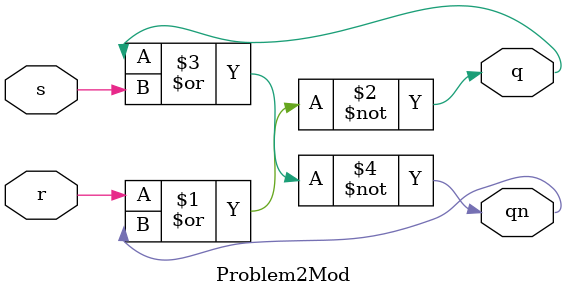
<source format=v>
`timescale 1ns / 1ps

module Problem2Mod(
    input r,
    input s,
    output q,
    output qn
    );
    
    assign #1 q=~(r|qn);
    assign #1 qn=~(q|s);
endmodule

</source>
